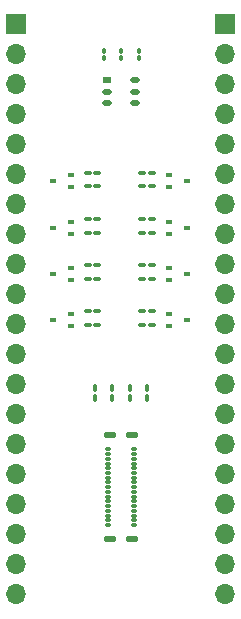
<source format=gbr>
%TF.GenerationSoftware,KiCad,Pcbnew,9.0.0*%
%TF.CreationDate,2025-04-08T23:38:33-04:00*%
%TF.ProjectId,pideck,70696465-636b-42e6-9b69-6361645f7063,rev?*%
%TF.SameCoordinates,Original*%
%TF.FileFunction,Soldermask,Top*%
%TF.FilePolarity,Negative*%
%FSLAX46Y46*%
G04 Gerber Fmt 4.6, Leading zero omitted, Abs format (unit mm)*
G04 Created by KiCad (PCBNEW 9.0.0) date 2025-04-08 23:38:33*
%MOMM*%
%LPD*%
G01*
G04 APERTURE LIST*
G04 Aperture macros list*
%AMRoundRect*
0 Rectangle with rounded corners*
0 $1 Rounding radius*
0 $2 $3 $4 $5 $6 $7 $8 $9 X,Y pos of 4 corners*
0 Add a 4 corners polygon primitive as box body*
4,1,4,$2,$3,$4,$5,$6,$7,$8,$9,$2,$3,0*
0 Add four circle primitives for the rounded corners*
1,1,$1+$1,$2,$3*
1,1,$1+$1,$4,$5*
1,1,$1+$1,$6,$7*
1,1,$1+$1,$8,$9*
0 Add four rect primitives between the rounded corners*
20,1,$1+$1,$2,$3,$4,$5,0*
20,1,$1+$1,$4,$5,$6,$7,0*
20,1,$1+$1,$6,$7,$8,$9,0*
20,1,$1+$1,$8,$9,$2,$3,0*%
G04 Aperture macros list end*
%ADD10RoundRect,0.100000X0.217500X0.100000X-0.217500X0.100000X-0.217500X-0.100000X0.217500X-0.100000X0*%
%ADD11RoundRect,0.100000X-0.217500X-0.100000X0.217500X-0.100000X0.217500X0.100000X-0.217500X0.100000X0*%
%ADD12R,0.584200X0.355600*%
%ADD13RoundRect,0.100000X0.100000X-0.217500X0.100000X0.217500X-0.100000X0.217500X-0.100000X-0.217500X0*%
%ADD14RoundRect,0.100000X-0.100000X0.130000X-0.100000X-0.130000X0.100000X-0.130000X0.100000X0.130000X0*%
%ADD15RoundRect,0.100000X0.100000X-0.130000X0.100000X0.130000X-0.100000X0.130000X-0.100000X-0.130000X0*%
%ADD16R,0.800000X0.550000*%
%ADD17O,0.800000X0.550000*%
%ADD18RoundRect,0.050000X0.210000X-0.115000X0.210000X0.115000X-0.210000X0.115000X-0.210000X-0.115000X0*%
%ADD19RoundRect,0.102000X0.375000X-0.150000X0.375000X0.150000X-0.375000X0.150000X-0.375000X-0.150000X0*%
%ADD20R,1.700000X1.700000*%
%ADD21O,1.700000X1.700000*%
G04 APERTURE END LIST*
D10*
%TO.C,R12*%
X132842500Y-88357050D03*
X133657500Y-88357050D03*
%TD*%
D11*
%TO.C,R9*%
X132842500Y-93453466D03*
X133657500Y-93453466D03*
%TD*%
D12*
%TO.C,Q8*%
X139688000Y-100365000D03*
X139688000Y-101364998D03*
X141212000Y-100864999D03*
%TD*%
%TO.C,Q3*%
X131412000Y-93521665D03*
X131412000Y-92521667D03*
X129888000Y-93021666D03*
%TD*%
D10*
%TO.C,R6*%
X133657500Y-100122049D03*
X132842500Y-100122049D03*
%TD*%
D11*
%TO.C,R14*%
X137442500Y-89531800D03*
X138257500Y-89531800D03*
%TD*%
D13*
%TO.C,R1*%
X136391667Y-107407500D03*
X136391667Y-106592500D03*
%TD*%
D10*
%TO.C,R8*%
X133657500Y-96200383D03*
X132842500Y-96200383D03*
%TD*%
D11*
%TO.C,R16*%
X137442500Y-93453466D03*
X138257500Y-93453466D03*
%TD*%
D12*
%TO.C,Q2*%
X131412000Y-97443332D03*
X131412000Y-96443334D03*
X129888000Y-96943333D03*
%TD*%
%TO.C,Q7*%
X139688000Y-96443334D03*
X139688000Y-97443332D03*
X141212000Y-96943333D03*
%TD*%
D11*
%TO.C,R18*%
X137442500Y-97375133D03*
X138257500Y-97375133D03*
%TD*%
D10*
%TO.C,R10*%
X133657500Y-92278716D03*
X132842500Y-92278716D03*
%TD*%
D14*
%TO.C,C3*%
X135675000Y-78055000D03*
X135675000Y-78695000D03*
%TD*%
D15*
%TO.C,C2*%
X137150000Y-78695000D03*
X137150000Y-78055000D03*
%TD*%
D13*
%TO.C,R4*%
X134908333Y-107407500D03*
X134908333Y-106592500D03*
%TD*%
D16*
%TO.C,LDO1*%
X134450000Y-80549999D03*
D17*
X134450000Y-81500000D03*
X134450000Y-82450001D03*
X136850000Y-82450001D03*
X136850000Y-81500000D03*
X136850000Y-80549999D03*
%TD*%
D11*
%TO.C,R7*%
X132842500Y-97375133D03*
X133657500Y-97375133D03*
%TD*%
%TO.C,R20*%
X137442500Y-101296799D03*
X138257500Y-101296799D03*
%TD*%
D13*
%TO.C,R3*%
X133425000Y-107407500D03*
X133425000Y-106592500D03*
%TD*%
D10*
%TO.C,R15*%
X138257500Y-92278716D03*
X137442500Y-92278716D03*
%TD*%
D12*
%TO.C,Q6*%
X139688000Y-92521667D03*
X139688000Y-93521665D03*
X141212000Y-93021666D03*
%TD*%
D11*
%TO.C,R11*%
X132842500Y-89531800D03*
X133657500Y-89531800D03*
%TD*%
D12*
%TO.C,Q1*%
X131412000Y-101364998D03*
X131412000Y-100365000D03*
X129888000Y-100864999D03*
%TD*%
D18*
%TO.C,J3*%
X136750000Y-111800000D03*
X134570000Y-111800000D03*
X136750000Y-112200000D03*
X134570000Y-112200000D03*
X136750000Y-112600000D03*
X134570000Y-112600000D03*
X136750000Y-113000000D03*
X134570000Y-113000000D03*
X136750000Y-113400000D03*
X134570000Y-113400000D03*
X136750000Y-113800000D03*
X134570000Y-113800000D03*
X136750000Y-114200000D03*
X134570000Y-114200000D03*
X136750000Y-114600000D03*
X134570000Y-114600000D03*
X136750000Y-115000000D03*
X134570000Y-115000000D03*
X136750000Y-115400000D03*
X134570000Y-115400000D03*
X136750000Y-115800000D03*
X134570000Y-115800000D03*
X136750000Y-116200000D03*
X134570000Y-116200000D03*
X136750000Y-116600000D03*
X134570000Y-116600000D03*
X136750000Y-117000000D03*
X134570000Y-117000000D03*
X136750000Y-117400000D03*
X134570000Y-117400000D03*
X136750000Y-117800000D03*
X134570000Y-117800000D03*
X136750000Y-118200000D03*
X134570000Y-118200000D03*
D19*
X136585000Y-110590000D03*
X134735000Y-110590000D03*
X136585000Y-119410000D03*
X134735000Y-119410000D03*
%TD*%
D10*
%TO.C,R17*%
X138257500Y-96200383D03*
X137442500Y-96200383D03*
%TD*%
%TO.C,R19*%
X138257500Y-100122049D03*
X137442500Y-100122049D03*
%TD*%
D12*
%TO.C,Q5*%
X139688000Y-88600001D03*
X139688000Y-89599999D03*
X141212000Y-89100000D03*
%TD*%
D11*
%TO.C,R5*%
X132842500Y-101296799D03*
X133657500Y-101296799D03*
%TD*%
D10*
%TO.C,R13*%
X138257500Y-88357050D03*
X137442500Y-88357050D03*
%TD*%
D14*
%TO.C,C1*%
X134200000Y-78055000D03*
X134200000Y-78695000D03*
%TD*%
D13*
%TO.C,R2*%
X137875000Y-107407500D03*
X137875000Y-106592500D03*
%TD*%
D12*
%TO.C,Q4*%
X131412000Y-89599999D03*
X131412000Y-88600001D03*
X129888000Y-89100000D03*
%TD*%
D20*
%TO.C,J1*%
X144500000Y-75800000D03*
D21*
X144500000Y-78340000D03*
X144500000Y-80880000D03*
X144500000Y-83420000D03*
X144500000Y-85960000D03*
X144500000Y-88500000D03*
X144500000Y-91040000D03*
X144500000Y-93580000D03*
X144500000Y-96120000D03*
X144500000Y-98660000D03*
X144500000Y-101200000D03*
X144500000Y-103740000D03*
X144500000Y-106280000D03*
X144500000Y-108820000D03*
X144500000Y-111360000D03*
X144500000Y-113900000D03*
X144500000Y-116440000D03*
X144500000Y-118980000D03*
X144500000Y-121520000D03*
X144500000Y-124060000D03*
%TD*%
D20*
%TO.C,J2*%
X126750000Y-75800000D03*
D21*
X126750000Y-78340000D03*
X126750000Y-80880000D03*
X126750000Y-83420000D03*
X126750000Y-85960000D03*
X126750000Y-88500000D03*
X126750000Y-91040000D03*
X126750000Y-93580000D03*
X126750000Y-96120000D03*
X126750000Y-98660000D03*
X126750000Y-101200000D03*
X126750000Y-103740000D03*
X126750000Y-106280000D03*
X126750000Y-108820000D03*
X126750000Y-111360000D03*
X126750000Y-113900000D03*
X126750000Y-116440000D03*
X126750000Y-118980000D03*
X126750000Y-121520000D03*
X126750000Y-124060000D03*
%TD*%
M02*

</source>
